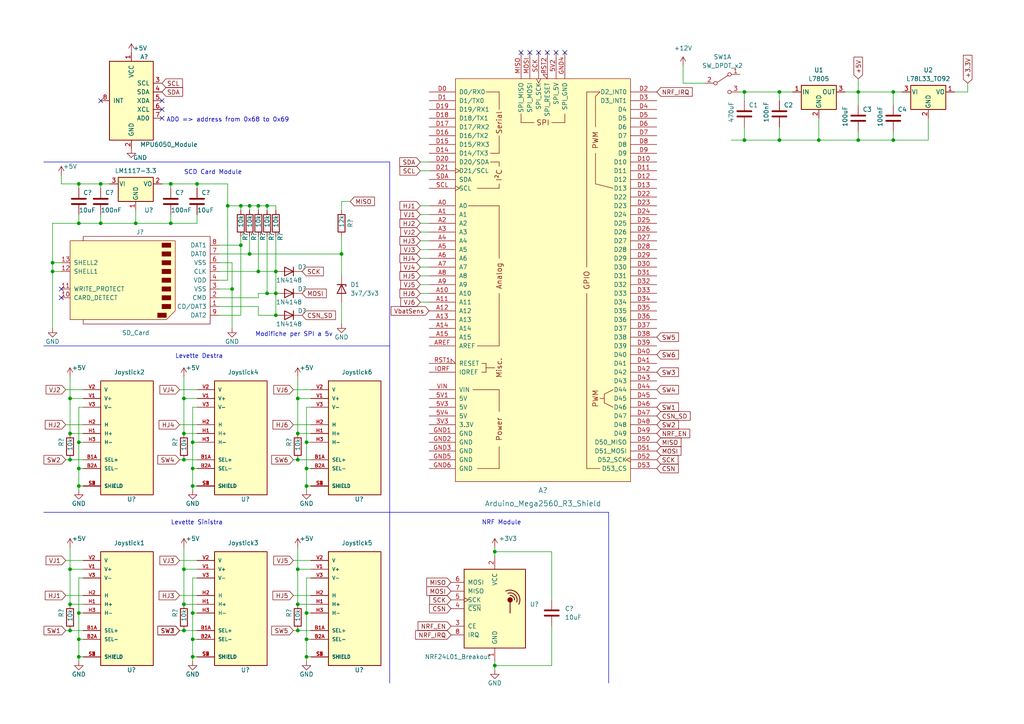
<source format=kicad_sch>
(kicad_sch (version 20230121) (generator eeschema)
  (paper "A4")
  (junction (at 88.9 177.8))
  (junction (at 80.01 78.74))
  (junction (at 22.86 185.42))
  (junction (at 15.24 76.2))
  (junction (at 66.04 59.69))
  (junction (at 29.21 64.77))
  (junction (at 88.9 140.97))
  (junction (at 86.36 133.35))
  (junction (at 88.9 185.42))
  (junction (at 53.34 165.1))
  (junction (at 22.86 53.34))
  (junction (at 22.86 128.27))
  (junction (at 248.92 26.67))
  (junction (at 86.36 175.26))
  (junction (at 86.36 115.57))
  (junction (at 39.37 64.77))
  (junction (at 55.88 140.97))
  (junction (at 143.51 193.04))
  (junction (at 15.24 78.74))
  (junction (at 215.9 26.67))
  (junction (at 88.9 135.89))
  (junction (at 22.86 64.77))
  (junction (at 88.9 190.5))
  (junction (at 86.36 165.1))
  (junction (at 55.88 185.42))
  (junction (at 55.88 128.27))
  (junction (at 29.21 53.34))
  (junction (at 74.93 78.74))
  (junction (at 77.47 59.69))
  (junction (at 57.15 53.34))
  (junction (at 259.08 40.64))
  (junction (at 53.34 182.88))
  (junction (at 99.06 73.66))
  (junction (at 74.93 59.69))
  (junction (at 72.39 59.69))
  (junction (at 53.34 125.73))
  (junction (at 49.53 64.77))
  (junction (at 226.06 26.67))
  (junction (at 69.85 59.69))
  (junction (at 20.32 165.1))
  (junction (at 49.53 53.34))
  (junction (at 20.32 115.57))
  (junction (at 226.06 40.64))
  (junction (at 20.32 175.26))
  (junction (at 53.34 115.57))
  (junction (at 259.08 26.67))
  (junction (at 22.86 140.97))
  (junction (at 55.88 190.5))
  (junction (at 20.32 125.73))
  (junction (at 67.31 83.82))
  (junction (at 53.34 175.26))
  (junction (at 88.9 128.27))
  (junction (at 80.01 91.44))
  (junction (at 77.47 85.09))
  (junction (at 69.85 71.12))
  (junction (at 55.88 135.89))
  (junction (at 53.34 133.35))
  (junction (at 22.86 177.8))
  (junction (at 20.32 133.35))
  (junction (at 248.92 40.64))
  (junction (at 55.88 177.8))
  (junction (at 22.86 190.5))
  (junction (at 20.32 182.88))
  (junction (at 22.86 135.89))
  (junction (at 237.49 40.64))
  (junction (at 72.39 73.66))
  (junction (at 215.9 40.64))
  (junction (at 143.51 160.02))
  (junction (at 86.36 182.88))
  (junction (at 80.01 85.09))
  (junction (at 86.36 125.73))
  (no_connect (at 17.78 86.36))
  (no_connect (at 17.78 83.82))
  (no_connect (at 29.21 29.21))
  (no_connect (at 46.99 29.21))
  (no_connect (at 46.99 31.75))
  (no_connect (at 46.99 34.29))
  (no_connect (at 151.13 15.24))
  (no_connect (at 153.67 15.24))
  (no_connect (at 156.21 15.24))
  (no_connect (at 158.75 15.24))
  (no_connect (at 161.29 15.24))
  (no_connect (at 163.83 15.24))
  (wire (pts (xy 121.92 46.99) (xy 124.46 46.99)))
  (wire (pts (xy 53.34 182.88) (xy 57.15 182.88)))
  (wire (pts (xy 57.15 125.73) (xy 53.34 125.73)))
  (wire (pts (xy 55.88 185.42) (xy 57.15 185.42)))
  (wire (pts (xy 74.93 91.44) (xy 74.93 88.9)))
  (wire (pts (xy 198.12 24.13) (xy 204.47 24.13)))
  (wire (pts (xy 52.07 123.19) (xy 57.15 123.19)))
  (wire (pts (xy 121.92 49.53) (xy 124.46 49.53)))
  (wire (pts (xy 63.5 88.9) (xy 74.93 88.9)))
  (wire (pts (xy 66.04 59.69) (xy 69.85 59.69)))
  (wire (pts (xy 77.47 59.69) (xy 77.47 60.96)))
  (wire (pts (xy 77.47 68.58) (xy 77.47 85.09)))
  (wire (pts (xy 74.93 78.74) (xy 80.01 78.74)))
  (wire (pts (xy 55.88 128.27) (xy 55.88 135.89)))
  (wire (pts (xy 212.09 40.64) (xy 215.9 40.64)))
  (wire (pts (xy 121.92 82.55) (xy 124.46 82.55)))
  (wire (pts (xy 22.86 135.89) (xy 24.13 135.89)))
  (wire (pts (xy 74.93 59.69) (xy 77.47 59.69)))
  (wire (pts (xy 248.92 26.67) (xy 259.08 26.67)))
  (wire (pts (xy 90.17 115.57) (xy 86.36 115.57)))
  (wire (pts (xy 88.9 118.11) (xy 88.9 128.27)))
  (wire (pts (xy 57.15 165.1) (xy 53.34 165.1)))
  (wire (pts (xy 269.24 34.29) (xy 269.24 40.64)))
  (wire (pts (xy 57.15 167.64) (xy 55.88 167.64)))
  (wire (pts (xy 15.24 78.74) (xy 17.78 78.74)))
  (wire (pts (xy 17.78 50.8) (xy 17.78 53.34)))
  (wire (pts (xy 85.09 172.72) (xy 90.17 172.72)))
  (wire (pts (xy 88.9 167.64) (xy 88.9 177.8)))
  (wire (pts (xy 88.9 177.8) (xy 90.17 177.8)))
  (wire (pts (xy 19.05 182.88) (xy 20.32 182.88)))
  (polyline (pts (xy 12.7 148.59) (xy 113.03 148.59)))
  (wire (pts (xy 86.36 125.73) (xy 86.36 115.57)))
  (wire (pts (xy 22.86 167.64) (xy 22.86 177.8)))
  (wire (pts (xy 99.06 58.42) (xy 99.06 60.96)))
  (wire (pts (xy 80.01 78.74) (xy 80.01 85.09)))
  (wire (pts (xy 55.88 177.8) (xy 55.88 185.42)))
  (wire (pts (xy 63.5 71.12) (xy 69.85 71.12)))
  (wire (pts (xy 20.32 182.88) (xy 24.13 182.88)))
  (wire (pts (xy 90.17 140.97) (xy 88.9 140.97)))
  (wire (pts (xy 55.88 190.5) (xy 55.88 191.77)))
  (wire (pts (xy 248.92 22.86) (xy 248.92 26.67)))
  (wire (pts (xy 121.92 74.93) (xy 124.46 74.93)))
  (wire (pts (xy 57.15 53.34) (xy 49.53 53.34)))
  (wire (pts (xy 226.06 36.83) (xy 226.06 40.64)))
  (wire (pts (xy 69.85 68.58) (xy 69.85 71.12)))
  (wire (pts (xy 19.05 133.35) (xy 20.32 133.35)))
  (wire (pts (xy 57.15 64.77) (xy 57.15 62.23)))
  (wire (pts (xy 19.05 162.56) (xy 24.13 162.56)))
  (wire (pts (xy 72.39 73.66) (xy 99.06 73.66)))
  (wire (pts (xy 19.05 123.19) (xy 24.13 123.19)))
  (wire (pts (xy 143.51 160.02) (xy 143.51 161.29)))
  (wire (pts (xy 74.93 91.44) (xy 80.01 91.44)))
  (wire (pts (xy 121.92 72.39) (xy 124.46 72.39)))
  (wire (pts (xy 63.5 81.28) (xy 66.04 81.28)))
  (wire (pts (xy 15.24 76.2) (xy 17.78 76.2)))
  (wire (pts (xy 90.17 125.73) (xy 86.36 125.73)))
  (wire (pts (xy 53.34 175.26) (xy 53.34 165.1)))
  (wire (pts (xy 53.34 115.57) (xy 53.34 109.22)))
  (wire (pts (xy 22.86 185.42) (xy 22.86 190.5)))
  (wire (pts (xy 63.5 78.74) (xy 74.93 78.74)))
  (wire (pts (xy 160.02 193.04) (xy 143.51 193.04)))
  (wire (pts (xy 24.13 165.1) (xy 20.32 165.1)))
  (wire (pts (xy 57.15 175.26) (xy 53.34 175.26)))
  (wire (pts (xy 121.92 85.09) (xy 124.46 85.09)))
  (wire (pts (xy 67.31 83.82) (xy 67.31 95.25)))
  (wire (pts (xy 237.49 34.29) (xy 237.49 40.64)))
  (wire (pts (xy 72.39 68.58) (xy 72.39 73.66)))
  (wire (pts (xy 52.07 162.56) (xy 57.15 162.56)))
  (wire (pts (xy 90.17 190.5) (xy 88.9 190.5)))
  (wire (pts (xy 22.86 128.27) (xy 22.86 135.89)))
  (wire (pts (xy 49.53 64.77) (xy 57.15 64.77)))
  (wire (pts (xy 160.02 181.61) (xy 160.02 193.04)))
  (wire (pts (xy 22.86 140.97) (xy 22.86 142.24)))
  (wire (pts (xy 72.39 59.69) (xy 74.93 59.69)))
  (wire (pts (xy 55.88 135.89) (xy 57.15 135.89)))
  (wire (pts (xy 121.92 64.77) (xy 124.46 64.77)))
  (wire (pts (xy 22.86 53.34) (xy 29.21 53.34)))
  (wire (pts (xy 22.86 54.61) (xy 22.86 53.34)))
  (polyline (pts (xy 113.03 100.33) (xy 113.03 46.99)))
  (wire (pts (xy 22.86 64.77) (xy 29.21 64.77)))
  (wire (pts (xy 259.08 40.64) (xy 269.24 40.64)))
  (wire (pts (xy 15.24 76.2) (xy 15.24 64.77)))
  (wire (pts (xy 88.9 140.97) (xy 88.9 142.24)))
  (wire (pts (xy 101.6 58.42) (xy 99.06 58.42)))
  (wire (pts (xy 85.09 123.19) (xy 90.17 123.19)))
  (wire (pts (xy 121.92 62.23) (xy 124.46 62.23)))
  (wire (pts (xy 215.9 26.67) (xy 215.9 29.21)))
  (wire (pts (xy 53.34 165.1) (xy 53.34 158.75)))
  (wire (pts (xy 69.85 91.44) (xy 63.5 91.44)))
  (wire (pts (xy 52.07 172.72) (xy 57.15 172.72)))
  (wire (pts (xy 226.06 26.67) (xy 226.06 29.21)))
  (polyline (pts (xy 12.7 100.33) (xy 113.03 100.33)))
  (wire (pts (xy 121.92 67.31) (xy 124.46 67.31)))
  (wire (pts (xy 20.32 175.26) (xy 20.32 165.1)))
  (wire (pts (xy 15.24 64.77) (xy 22.86 64.77)))
  (wire (pts (xy 88.9 128.27) (xy 90.17 128.27)))
  (wire (pts (xy 24.13 118.11) (xy 22.86 118.11)))
  (wire (pts (xy 80.01 85.09) (xy 80.01 91.44)))
  (wire (pts (xy 85.09 113.03) (xy 90.17 113.03)))
  (wire (pts (xy 57.15 54.61) (xy 57.15 53.34)))
  (wire (pts (xy 160.02 173.99) (xy 160.02 160.02)))
  (wire (pts (xy 99.06 68.58) (xy 99.06 73.66)))
  (wire (pts (xy 143.51 193.04) (xy 143.51 194.31)))
  (wire (pts (xy 226.06 26.67) (xy 215.9 26.67)))
  (wire (pts (xy 57.15 53.34) (xy 66.04 53.34)))
  (wire (pts (xy 22.86 128.27) (xy 24.13 128.27)))
  (wire (pts (xy 24.13 190.5) (xy 22.86 190.5)))
  (wire (pts (xy 19.05 113.03) (xy 24.13 113.03)))
  (wire (pts (xy 24.13 167.64) (xy 22.86 167.64)))
  (wire (pts (xy 198.12 19.05) (xy 198.12 24.13)))
  (wire (pts (xy 77.47 85.09) (xy 80.01 85.09)))
  (wire (pts (xy 80.01 68.58) (xy 80.01 78.74)))
  (wire (pts (xy 69.85 71.12) (xy 69.85 91.44)))
  (wire (pts (xy 63.5 76.2) (xy 67.31 76.2)))
  (wire (pts (xy 39.37 60.96) (xy 39.37 64.77)))
  (wire (pts (xy 90.17 175.26) (xy 86.36 175.26)))
  (wire (pts (xy 15.24 78.74) (xy 15.24 76.2)))
  (wire (pts (xy 22.86 185.42) (xy 24.13 185.42)))
  (wire (pts (xy 74.93 68.58) (xy 74.93 78.74)))
  (wire (pts (xy 49.53 62.23) (xy 49.53 64.77)))
  (wire (pts (xy 259.08 26.67) (xy 259.08 30.48)))
  (wire (pts (xy 57.15 118.11) (xy 55.88 118.11)))
  (wire (pts (xy 46.99 53.34) (xy 49.53 53.34)))
  (polyline (pts (xy 113.03 148.59) (xy 113.03 198.12)))
  (wire (pts (xy 143.51 191.77) (xy 143.51 193.04)))
  (wire (pts (xy 69.85 59.69) (xy 69.85 60.96)))
  (wire (pts (xy 24.13 115.57) (xy 20.32 115.57)))
  (wire (pts (xy 29.21 54.61) (xy 29.21 53.34)))
  (wire (pts (xy 22.86 190.5) (xy 22.86 191.77)))
  (wire (pts (xy 160.02 160.02) (xy 143.51 160.02)))
  (wire (pts (xy 39.37 64.77) (xy 49.53 64.77)))
  (wire (pts (xy 88.9 135.89) (xy 88.9 140.97)))
  (wire (pts (xy 29.21 62.23) (xy 29.21 64.77)))
  (wire (pts (xy 259.08 26.67) (xy 261.62 26.67)))
  (wire (pts (xy 69.85 59.69) (xy 72.39 59.69)))
  (wire (pts (xy 63.5 86.36) (xy 74.93 86.36)))
  (wire (pts (xy 88.9 190.5) (xy 88.9 191.77)))
  (wire (pts (xy 121.92 77.47) (xy 124.46 77.47)))
  (wire (pts (xy 63.5 73.66) (xy 72.39 73.66)))
  (wire (pts (xy 49.53 53.34) (xy 49.53 54.61)))
  (wire (pts (xy 85.09 162.56) (xy 90.17 162.56)))
  (wire (pts (xy 85.09 133.35) (xy 86.36 133.35)))
  (wire (pts (xy 20.32 133.35) (xy 24.13 133.35)))
  (wire (pts (xy 74.93 59.69) (xy 74.93 60.96)))
  (wire (pts (xy 20.32 125.73) (xy 20.32 115.57)))
  (wire (pts (xy 226.06 40.64) (xy 237.49 40.64)))
  (wire (pts (xy 55.88 135.89) (xy 55.88 140.97)))
  (wire (pts (xy 248.92 38.1) (xy 248.92 40.64)))
  (polyline (pts (xy 113.03 148.59) (xy 176.53 148.59)))
  (wire (pts (xy 24.13 125.73) (xy 20.32 125.73)))
  (wire (pts (xy 259.08 38.1) (xy 259.08 40.64)))
  (polyline (pts (xy 176.53 148.59) (xy 176.53 198.12)))
  (wire (pts (xy 280.67 24.13) (xy 280.67 26.67)))
  (wire (pts (xy 22.86 177.8) (xy 24.13 177.8)))
  (wire (pts (xy 248.92 26.67) (xy 248.92 30.48)))
  (wire (pts (xy 20.32 115.57) (xy 20.32 109.22)))
  (wire (pts (xy 215.9 36.83) (xy 215.9 40.64)))
  (wire (pts (xy 17.78 53.34) (xy 22.86 53.34)))
  (wire (pts (xy 229.87 26.67) (xy 226.06 26.67)))
  (wire (pts (xy 57.15 190.5) (xy 55.88 190.5)))
  (wire (pts (xy 22.86 62.23) (xy 22.86 64.77)))
  (wire (pts (xy 121.92 69.85) (xy 124.46 69.85)))
  (wire (pts (xy 74.93 85.09) (xy 77.47 85.09)))
  (wire (pts (xy 57.15 115.57) (xy 53.34 115.57)))
  (polyline (pts (xy 113.03 148.59) (xy 113.03 100.33)))
  (wire (pts (xy 52.07 133.35) (xy 53.34 133.35)))
  (wire (pts (xy 63.5 83.82) (xy 67.31 83.82)))
  (wire (pts (xy 86.36 182.88) (xy 90.17 182.88)))
  (wire (pts (xy 74.93 86.36) (xy 74.93 85.09)))
  (wire (pts (xy 86.36 165.1) (xy 86.36 158.75)))
  (wire (pts (xy 67.31 76.2) (xy 67.31 83.82)))
  (wire (pts (xy 86.36 175.26) (xy 86.36 165.1)))
  (wire (pts (xy 52.07 113.03) (xy 57.15 113.03)))
  (wire (pts (xy 57.15 140.97) (xy 55.88 140.97)))
  (wire (pts (xy 88.9 128.27) (xy 88.9 135.89)))
  (wire (pts (xy 88.9 177.8) (xy 88.9 185.42)))
  (wire (pts (xy 72.39 59.69) (xy 72.39 60.96)))
  (wire (pts (xy 88.9 135.89) (xy 90.17 135.89)))
  (wire (pts (xy 55.88 167.64) (xy 55.88 177.8)))
  (wire (pts (xy 90.17 118.11) (xy 88.9 118.11)))
  (wire (pts (xy 24.13 175.26) (xy 20.32 175.26)))
  (wire (pts (xy 19.05 172.72) (xy 24.13 172.72)))
  (wire (pts (xy 237.49 40.64) (xy 248.92 40.64)))
  (wire (pts (xy 280.67 26.67) (xy 276.86 26.67)))
  (polyline (pts (xy 12.7 46.99) (xy 113.03 46.99)))
  (wire (pts (xy 66.04 81.28) (xy 66.04 59.69)))
  (wire (pts (xy 90.17 167.64) (xy 88.9 167.64)))
  (wire (pts (xy 85.09 182.88) (xy 86.36 182.88)))
  (wire (pts (xy 248.92 40.64) (xy 259.08 40.64)))
  (wire (pts (xy 22.86 177.8) (xy 22.86 185.42)))
  (wire (pts (xy 22.86 135.89) (xy 22.86 140.97)))
  (wire (pts (xy 90.17 165.1) (xy 86.36 165.1)))
  (wire (pts (xy 29.21 64.77) (xy 39.37 64.77)))
  (wire (pts (xy 22.86 118.11) (xy 22.86 128.27)))
  (wire (pts (xy 80.01 59.69) (xy 77.47 59.69)))
  (wire (pts (xy 245.11 26.67) (xy 248.92 26.67)))
  (wire (pts (xy 143.51 158.75) (xy 143.51 160.02)))
  (wire (pts (xy 20.32 165.1) (xy 20.32 158.75)))
  (wire (pts (xy 121.92 80.01) (xy 124.46 80.01)))
  (wire (pts (xy 121.92 59.69) (xy 124.46 59.69)))
  (wire (pts (xy 214.63 26.67) (xy 215.9 26.67)))
  (wire (pts (xy 88.9 185.42) (xy 88.9 190.5)))
  (wire (pts (xy 86.36 115.57) (xy 86.36 109.22)))
  (wire (pts (xy 55.88 140.97) (xy 55.88 142.24)))
  (wire (pts (xy 55.88 177.8) (xy 57.15 177.8)))
  (wire (pts (xy 53.34 133.35) (xy 57.15 133.35)))
  (wire (pts (xy 24.13 140.97) (xy 22.86 140.97)))
  (wire (pts (xy 86.36 133.35) (xy 90.17 133.35)))
  (wire (pts (xy 99.06 87.63) (xy 99.06 93.98)))
  (wire (pts (xy 80.01 60.96) (xy 80.01 59.69)))
  (wire (pts (xy 55.88 128.27) (xy 57.15 128.27)))
  (wire (pts (xy 121.92 87.63) (xy 124.46 87.63)))
  (wire (pts (xy 52.07 182.88) (xy 53.34 182.88)))
  (wire (pts (xy 29.21 53.34) (xy 31.75 53.34)))
  (wire (pts (xy 55.88 185.42) (xy 55.88 190.5)))
  (wire (pts (xy 88.9 185.42) (xy 90.17 185.42)))
  (wire (pts (xy 99.06 73.66) (xy 99.06 80.01)))
  (wire (pts (xy 215.9 40.64) (xy 226.06 40.64)))
  (wire (pts (xy 15.24 95.25) (xy 15.24 78.74)))
  (wire (pts (xy 66.04 53.34) (xy 66.04 59.69)))
  (wire (pts (xy 53.34 125.73) (xy 53.34 115.57)))
  (wire (pts (xy 55.88 118.11) (xy 55.88 128.27)))
  (text "Levette Destra\n" (at 50.8 104.14 0) (effects (font (size 1.27 1.27)) (justify left bottom)))
  (text "SCD Card Module" (at 53.34 50.8 0) (effects (font (size 1.27 1.27)) (justify left bottom)))
  (text "NRF Module" (at 139.7 152.4 0) (effects (font (size 1.27 1.27)) (justify left bottom)))
  (text "AD0 => address from 0x68 to 0x69" (at 48.26 35.56 0) (effects (font (size 1.27 1.27)) (justify left bottom)))
  (text "Modifiche per SPI a 5v\n" (at 96.52 97.79 0) (effects (font (size 1.27 1.27)) (justify right bottom)))
  (text "Levette Sinistra" (at 49.53 152.4 0) (effects (font (size 1.27 1.27)) (justify left bottom)))
  (global_label "HJ5" (shape input) (at 121.92 80.01 180) (property "Intersheetrefs" "${INTERSHEET_REFS}" (effects hide)))
  (global_label "SW6" (shape input) (at 190.5 102.87 0) (property "Intersheetrefs" "${INTERSHEET_REFS}" (effects hide)))
  (global_label "VJ2" (shape input) (at 19.05 113.03 180) (property "Intersheetrefs" "${INTERSHEET_REFS}" (effects hide)))
  (global_label "VJ2" (shape input) (at 121.92 67.31 180) (property "Intersheetrefs" "${INTERSHEET_REFS}" (effects hide)))
  (global_label "VJ4" (shape input) (at 52.07 113.03 180) (property "Intersheetrefs" "${INTERSHEET_REFS}" (effects hide)))
  (global_label "VJ4" (shape input) (at 121.92 77.47 180) (property "Intersheetrefs" "${INTERSHEET_REFS}" (effects hide)))
  (global_label "CSN" (shape input) (at 130.81 176.53 180) (property "Intersheetrefs" "${INTERSHEET_REFS}" (effects hide)))
  (global_label "MISO" (shape input) (at 130.81 168.91 180) (property "Intersheetrefs" "${INTERSHEET_REFS}" (effects hide)))
  (global_label "VJ1" (shape input) (at 121.92 62.23 180) (property "Intersheetrefs" "${INTERSHEET_REFS}" (effects hide)))
  (global_label "HJ2" (shape input) (at 19.05 123.19 180) (property "Intersheetrefs" "${INTERSHEET_REFS}" (effects hide)))
  (global_label "SW4" (shape input) (at 52.07 133.35 180) (property "Intersheetrefs" "${INTERSHEET_REFS}" (effects hide)))
  (global_label "SW3" (shape input) (at 52.07 182.88 180) (property "Intersheetrefs" "${INTERSHEET_REFS}" (effects hide)))
  (global_label "HJ6" (shape input) (at 121.92 85.09 180) (property "Intersheetrefs" "${INTERSHEET_REFS}" (effects hide)))
  (global_label "NRF_IRQ" (shape input) (at 190.5 26.67 0) (property "Intersheetrefs" "${INTERSHEET_REFS}" (effects hide)))
  (global_label "SW5" (shape input) (at 190.5 97.79 0) (property "Intersheetrefs" "${INTERSHEET_REFS}" (effects hide)))
  (global_label "CSN_SD" (shape input) (at 190.5 120.65 0) (property "Intersheetrefs" "${INTERSHEET_REFS}" (effects hide)))
  (global_label "NRF_IRQ" (shape input) (at 130.81 184.15 180) (property "Intersheetrefs" "${INTERSHEET_REFS}" (effects hide)))
  (global_label "VJ6" (shape input) (at 85.09 113.03 180) (property "Intersheetrefs" "${INTERSHEET_REFS}" (effects hide)))
  (global_label "+5V" (shape input) (at 248.92 22.86 90) (property "Intersheetrefs" "${INTERSHEET_REFS}" (effects hide)))
  (global_label "SCK" (shape input) (at 87.63 78.74 0) (property "Intersheetrefs" "${INTERSHEET_REFS}" (effects hide)))
  (global_label "VJ1" (shape input) (at 19.05 162.56 180) (property "Intersheetrefs" "${INTERSHEET_REFS}" (effects hide)))
  (global_label "SW6" (shape input) (at 85.09 133.35 180) (property "Intersheetrefs" "${INTERSHEET_REFS}" (effects hide)))
  (global_label "VJ5" (shape input) (at 121.92 82.55 180) (property "Intersheetrefs" "${INTERSHEET_REFS}" (effects hide)))
  (global_label "MOSI" (shape input) (at 190.5 130.81 0) (property "Intersheetrefs" "${INTERSHEET_REFS}" (effects hide)))
  (global_label "SW4" (shape input) (at 190.5 113.03 0) (property "Intersheetrefs" "${INTERSHEET_REFS}" (effects hide)))
  (global_label "MOSI" (shape input) (at 87.63 85.09 0) (property "Intersheetrefs" "${INTERSHEET_REFS}" (effects hide)))
  (global_label "HJ4" (shape input) (at 121.92 74.93 180) (property "Intersheetrefs" "${INTERSHEET_REFS}" (effects hide)))
  (global_label "HJ5" (shape input) (at 85.09 172.72 180) (property "Intersheetrefs" "${INTERSHEET_REFS}" (effects hide)))
  (global_label "SW1" (shape input) (at 190.5 118.11 0) (property "Intersheetrefs" "${INTERSHEET_REFS}" (effects hide)))
  (global_label "VJ6" (shape input) (at 121.92 87.63 180) (property "Intersheetrefs" "${INTERSHEET_REFS}" (effects hide)))
  (global_label "HJ1" (shape input) (at 121.92 59.69 180) (property "Intersheetrefs" "${INTERSHEET_REFS}" (effects hide)))
  (global_label "VJ5" (shape input) (at 85.09 162.56 180) (property "Intersheetrefs" "${INTERSHEET_REFS}" (effects hide)))
  (global_label "SW1" (shape input) (at 19.05 182.88 180) (property "Intersheetrefs" "${INTERSHEET_REFS}" (effects hide)))
  (global_label "MISO" (shape input) (at 101.6 58.42 0) (property "Intersheetrefs" "${INTERSHEET_REFS}" (effects hide)))
  (global_label "SW5" (shape input) (at 85.09 182.88 180) (property "Intersheetrefs" "${INTERSHEET_REFS}" (effects hide)))
  (global_label "CSN_SD" (shape input) (at 87.63 91.44 0) (property "Intersheetrefs" "${INTERSHEET_REFS}" (effects hide)))
  (global_label "HJ2" (shape input) (at 121.92 64.77 180) (property "Intersheetrefs" "${INTERSHEET_REFS}" (effects hide)))
  (global_label "HJ4" (shape input) (at 52.07 123.19 180) (property "Intersheetrefs" "${INTERSHEET_REFS}" (effects hide)))
  (global_label "SCL" (shape input) (at 46.99 24.13 0) (property "Intersheetrefs" "${INTERSHEET_REFS}" (effects hide)))
  (global_label "SW2" (shape input) (at 52.07 182.88 180) (property "Intersheetrefs" "${INTERSHEET_REFS}" (effects hide)))
  (global_label "SDA" (shape input) (at 121.92 46.99 180) (property "Intersheetrefs" "${INTERSHEET_REFS}" (effects hide)))
  (global_label "VJ3" (shape input) (at 121.92 72.39 180) (property "Intersheetrefs" "${INTERSHEET_REFS}" (effects hide)))
  (global_label "SCK" (shape input) (at 190.5 133.35 0) (property "Intersheetrefs" "${INTERSHEET_REFS}" (effects hide)))
  (global_label "HJ3" (shape input) (at 52.07 172.72 180) (property "Intersheetrefs" "${INTERSHEET_REFS}" (effects hide)))
  (global_label "SDA" (shape input) (at 46.99 26.67 0) (property "Intersheetrefs" "${INTERSHEET_REFS}" (effects hide)))
  (global_label "MISO" (shape input) (at 190.5 128.27 0) (property "Intersheetrefs" "${INTERSHEET_REFS}" (effects hide)))
  (global_label "SCK" (shape input) (at 130.81 173.99 180) (property "Intersheetrefs" "${INTERSHEET_REFS}" (effects hide)))
  (global_label "HJ1" (shape input) (at 19.05 172.72 180) (property "Intersheetrefs" "${INTERSHEET_REFS}" (effects hide)))
  (global_label "SW2" (shape input) (at 190.5 123.19 0) (property "Intersheetrefs" "${INTERSHEET_REFS}" (effects hide)))
  (global_label "SCL" (shape input) (at 121.92 49.53 180) (property "Intersheetrefs" "${INTERSHEET_REFS}" (effects hide)))
  (global_label "NRF_EN" (shape input) (at 190.5 125.73 0) (property "Intersheetrefs" "${INTERSHEET_REFS}" (effects hide)))
  (global_label "SW3" (shape input) (at 190.5 107.95 0) (property "Intersheetrefs" "${INTERSHEET_REFS}" (effects hide)))
  (global_label "VJ3" (shape input) (at 52.07 162.56 180) (property "Intersheetrefs" "${INTERSHEET_REFS}" (effects hide)))
  (global_label "+3.3V" (shape input) (at 280.67 24.13 90) (property "Intersheetrefs" "${INTERSHEET_REFS}" (effects hide)))
  (global_label "NRF_EN" (shape input) (at 130.81 181.61 180) (property "Intersheetrefs" "${INTERSHEET_REFS}" (effects hide)))
  (global_label "MOSI" (shape input) (at 130.81 171.45 180) (property "Intersheetrefs" "${INTERSHEET_REFS}" (effects hide)))
  (global_label "CSN" (shape input) (at 190.5 135.89 0) (property "Intersheetrefs" "${INTERSHEET_REFS}" (effects hide)))
  (global_label "HJ6" (shape input) (at 85.09 123.19 180) (property "Intersheetrefs" "${INTERSHEET_REFS}" (effects hide)))
  (global_label "VbatSens" (shape input) (at 124.46 90.17 180) (property "Intersheetrefs" "${INTERSHEET_REFS}" (effects hide)))
  (global_label "HJ3" (shape input) (at 121.92 69.85 180) (property "Intersheetrefs" "${INTERSHEET_REFS}" (effects hide)))
  (global_label "SW2" (shape input) (at 19.05 133.35 180) (property "Intersheetrefs" "${INTERSHEET_REFS}" (effects hide)))
  (symbol (lib_id "power:+5V") (at 53.34 158.75 0) (unit 1)
    (property "Reference" "#PWR?" (effects hide))
    (property "Value" "+5V" (at 55.88 156.21 0))
  )
  (symbol (lib_id "Device:R") (at 80.01 64.77 0) (unit 1)
    (property "Reference" "R?" (at 81.28 69.85 90) (effects (justify left)))
    (property "Value" "10k" (at 80.01 66.04 90) (effects (justify left)))
  )
  (symbol (lib_id "Device:R") (at 99.06 64.77 0) (unit 1)
    (property "Reference" "R?" (at 101.6 66.04 90) (effects (justify left)))
    (property "Value" "12k" (at 99.06 66.04 90) (effects (justify left)))
  )
  (symbol (lib_id "Device:R") (at 20.32 179.07 0) (unit 1)
    (property "Reference" "R?" (at 17.78 179.07 90) (effects (justify left)))
    (property "Value" "10k" (at 20.32 180.34 90) (effects (justify left)))
  )
  (symbol (lib_id "power:+5V") (at 38.1 15.24 0) (unit 1)
    (property "Reference" "#PWR?" (effects hide))
    (property "Value" "+5V" (at 40.64 13.97 0))
  )
  (symbol (lib_id "Diode:1N4148") (at 83.82 91.44 180) (unit 1)
    (property "Reference" "D?" (at 87.63 90.17 0))
    (property "Value" "1N4148" (at 83.82 93.98 0))
    (property "Footprint" "Diode_THT:D_DO-35_SOD27_P7.62mm_Horizontal" (effects hide))
    (property "Datasheet" "https://assets.nexperia.com/documents/data-sheet/1N4148_1N4448.pdf" (effects hide))
  )
  (symbol (lib_id "power:GND") (at 67.31 95.25 0) (unit 1)
    (property "Reference" "#PWR?" (effects hide))
    (property "Value" "GND" (at 67.31 99.06 0))
  )
  (symbol (lib_id "power:GND") (at 99.06 93.98 0) (unit 1)
    (property "Reference" "#PWR01" (effects hide))
    (property "Value" "GND" (at 99.06 97.79 0))
  )
  (symbol (lib_id "Device:C") (at 160.02 177.8 0) (unit 1)
    (property "Reference" "C?" (at 163.83 176.5299 0) (effects (justify left)))
    (property "Value" "10uF" (at 163.83 179.0699 0) (effects (justify left)))
  )
  (symbol (lib_id "Charleslabs_Parts:MPU6050_Module") (at 38.1 29.21 0) (mirror y) (unit 1)
    (property "Reference" "A?" (at 40.64 16.51 0) (effects (justify right)))
    (property "Value" "MPU6050_Module" (at 40.64 41.91 0) (effects (justify right)))
    (property "Footprint" "Charleslabs_Parts:MPU6050_Module" (effects hide))
  )
  (symbol (lib_id "Device:D_Zener") (at 99.06 83.82 270) (unit 1)
    (property "Reference" "D1" (at 101.6 82.55 90) (effects (justify left)))
    (property "Value" "3v7/3v3" (at 101.6 85.09 90) (effects (justify left)))
  )
  (symbol (lib_id "Regulator_Linear:LM1117-3.3") (at 39.37 53.34 0) (unit 1)
    (property "Reference" "U?" (at 43.18 60.96 0))
    (property "Value" "LM1117-3.3" (at 39.37 49.53 0))
    (property "Datasheet" "http://www.ti.com/lit/ds/symlink/lm1117.pdf" (effects hide))
  )
  (symbol (lib_id "COM-09032:COM-09032") (at 102.87 175.26 0) (unit 1)
    (property "Reference" "U?" (at 102.87 194.31 0) (effects (justify left)))
    (property "Value" "Joystick5" (at 99.06 157.48 0) (effects (justify left)))
    (property "Footprint" "XDCR_COM-09032" (effects hide))
    (property "MF" "SparkFun Electronics" (effects hide))
    (property "MAXIMUM_PACKAGE_HEIGHT" "30.1mm" (effects hide))
    (property "Package" "Package" (effects hide))
    (property "Price" "None" (effects hide))
    (property "Check_prices" "https://www.snapeda.com/parts/COM-09032/SparkFun+Electronics/view-part/?ref=eda" (effects hide))
    (property "STANDARD" "Manufacturer Recommendations" (effects hide))
    (property "PARTREV" "N/A" (effects hide))
    (property "SnapEDA_Link" "https://www.snapeda.com/parts/COM-09032/SparkFun+Electronics/view-part/?ref=snap" (effects hide))
    (property "MP" "COM-09032" (effects hide))
    (property "Purchase-URL" "https://www.snapeda.com/api/url_track_click_mouser/?unipart_id=888157&manufacturer=SparkFun Electronics&part_name=COM-09032&search_term=None" (effects hide))
    (property "Description" "\\nJoystick, 2 - Axis Analog (Resistive) Output\\n" (effects hide))
    (property "Availability" "In Stock" (effects hide))
    (property "MANUFACTURER" "SparkFun Electronics" (effects hide))
  )
  (symbol (lib_id "Device:R") (at 53.34 129.54 0) (unit 1)
    (property "Reference" "R?" (at 50.8 129.54 90) (effects (justify left)))
    (property "Value" "10k" (at 53.34 130.81 90) (effects (justify left)))
  )
  (symbol (lib_id "Diode:1N4148") (at 83.82 78.74 180) (unit 1)
    (property "Reference" "D?" (at 87.63 77.47 0))
    (property "Value" "1N4148" (at 83.82 81.28 0))
    (property "Footprint" "Diode_THT:D_DO-35_SOD27_P7.62mm_Horizontal" (effects hide))
    (property "Datasheet" "https://assets.nexperia.com/documents/data-sheet/1N4148_1N4448.pdf" (effects hide))
  )
  (symbol (lib_id "COM-09032:COM-09032") (at 69.85 125.73 0) (unit 1)
    (property "Reference" "U?" (at 69.85 144.78 0) (effects (justify left)))
    (property "Value" "Joystick4" (at 66.04 107.95 0) (effects (justify left)))
    (property "Footprint" "XDCR_COM-09032" (effects hide))
    (property "MF" "SparkFun Electronics" (effects hide))
    (property "MAXIMUM_PACKAGE_HEIGHT" "30.1mm" (effects hide))
    (property "Package" "Package" (effects hide))
    (property "Price" "None" (effects hide))
    (property "Check_prices" "https://www.snapeda.com/parts/COM-09032/SparkFun+Electronics/view-part/?ref=eda" (effects hide))
    (property "STANDARD" "Manufacturer Recommendations" (effects hide))
    (property "PARTREV" "N/A" (effects hide))
    (property "SnapEDA_Link" "https://www.snapeda.com/parts/COM-09032/SparkFun+Electronics/view-part/?ref=snap" (effects hide))
    (property "MP" "COM-09032" (effects hide))
    (property "Purchase-URL" "https://www.snapeda.com/api/url_track_click_mouser/?unipart_id=888157&manufacturer=SparkFun Electronics&part_name=COM-09032&search_term=None" (effects hide))
    (property "Description" "\\nJoystick, 2 - Axis Analog (Resistive) Output\\n" (effects hide))
    (property "Availability" "In Stock" (effects hide))
    (property "MANUFACTURER" "SparkFun Electronics" (effects hide))
  )
  (symbol (lib_id "power:+5V") (at 53.34 109.22 0) (unit 1)
    (property "Reference" "#PWR?" (effects hide))
    (property "Value" "+5V" (at 55.88 106.68 0))
  )
  (symbol (lib_id "power:GND") (at 22.86 191.77 0) (unit 1)
    (property "Reference" "#PWR?" (effects hide))
    (property "Value" "GND" (at 22.86 195.58 0))
  )
  (symbol (lib_id "power:GND") (at 55.88 142.24 0) (unit 1)
    (property "Reference" "#PWR?" (effects hide))
    (property "Value" "GND" (at 55.88 146.05 0))
  )
  (symbol (lib_id "COM-09032:COM-09032") (at 102.87 125.73 0) (unit 1)
    (property "Reference" "U?" (at 102.87 144.78 0) (effects (justify left)))
    (property "Value" "Joystick6" (at 99.06 107.95 0) (effects (justify left)))
    (property "Footprint" "XDCR_COM-09032" (effects hide))
    (property "MF" "SparkFun Electronics" (effects hide))
    (property "MAXIMUM_PACKAGE_HEIGHT" "30.1mm" (effects hide))
    (property "Package" "Package" (effects hide))
    (property "Price" "None" (effects hide))
    (property "Check_prices" "https://www.snapeda.com/parts/COM-09032/SparkFun+Electronics/view-part/?ref=eda" (effects hide))
    (property "STANDARD" "Manufacturer Recommendations" (effects hide))
    (property "PARTREV" "N/A" (effects hide))
    (property "SnapEDA_Link" "https://www.snapeda.com/parts/COM-09032/SparkFun+Electronics/view-part/?ref=snap" (effects hide))
    (property "MP" "COM-09032" (effects hide))
    (property "Purchase-URL" "https://www.snapeda.com/api/url_track_click_mouser/?unipart_id=888157&manufacturer=SparkFun Electronics&part_name=COM-09032&search_term=None" (effects hide))
    (property "Description" "\\nJoystick, 2 - Axis Analog (Resistive) Output\\n" (effects hide))
    (property "Availability" "In Stock" (effects hide))
    (property "MANUFACTURER" "SparkFun Electronics" (effects hide))
  )
  (symbol (lib_id "Device:C") (at 49.53 58.42 0) (unit 1)
    (property "Reference" "C?" (at 50.8 55.88 0) (effects (justify left)))
    (property "Value" "100nF" (at 49.53 60.96 0) (effects (justify left)))
  )
  (symbol (lib_id "Device:R") (at 86.36 179.07 0) (unit 1)
    (property "Reference" "R?" (at 83.82 179.07 90) (effects (justify left)))
    (property "Value" "10k" (at 86.36 180.34 90) (effects (justify left)))
  )
  (symbol (lib_id "power:+3.3V") (at 143.51 158.75 0) (unit 1)
    (property "Reference" "#PWR?" (effects hide))
    (property "Value" "+3.3V" (at 147.32 156.21 0))
  )
  (symbol (lib_id "power:GND") (at 88.9 191.77 0) (unit 1)
    (property "Reference" "#PWR?" (effects hide))
    (property "Value" "GND" (at 88.9 195.58 0))
  )
  (symbol (lib_id "Device:R") (at 77.47 64.77 0) (unit 1)
    (property "Reference" "R?" (at 78.74 69.85 90) (effects (justify left)))
    (property "Value" "10k" (at 77.47 66.04 90) (effects (justify left)))
  )
  (symbol (lib_id "Device:C") (at 226.06 33.02 0) (unit 1)
    (property "Reference" "C2" (at 227.33 30.48 0) (effects (justify left)))
    (property "Value" "100nF" (at 222.25 35.56 90) (effects (justify left)))
  )
  (symbol (lib_id "Device:R") (at 86.36 129.54 0) (unit 1)
    (property "Reference" "R?" (at 83.82 129.54 90) (effects (justify left)))
    (property "Value" "10k" (at 86.36 130.81 90) (effects (justify left)))
  )
  (symbol (lib_id "power:GND") (at 22.86 142.24 0) (unit 1)
    (property "Reference" "#PWR?" (effects hide))
    (property "Value" "GND" (at 22.86 146.05 0))
  )
  (symbol (lib_id "power:GND") (at 143.51 194.31 0) (unit 1)
    (property "Reference" "#PWR?" (effects hide))
    (property "Value" "GND" (at 143.51 198.12 0))
  )
  (symbol (lib_id "power:GND") (at 88.9 142.24 0) (unit 1)
    (property "Reference" "#PWR?" (effects hide))
    (property "Value" "GND" (at 88.9 146.05 0))
  )
  (symbol (lib_id "power:GND") (at 55.88 191.77 0) (unit 1)
    (property "Reference" "#PWR?" (effects hide))
    (property "Value" "GND" (at 55.88 195.58 0))
  )
  (symbol (lib_id "Diode:1N4148") (at 83.82 85.09 180) (unit 1)
    (property "Reference" "D?" (at 87.63 83.82 0))
    (property "Value" "1N4148" (at 83.82 87.63 0))
    (property "Footprint" "Diode_THT:D_DO-35_SOD27_P7.62mm_Horizontal" (effects hide))
    (property "Datasheet" "https://assets.nexperia.com/documents/data-sheet/1N4148_1N4448.pdf" (effects hide))
  )
  (symbol (lib_id "Device:C") (at 259.08 34.29 0) (unit 1)
    (property "Reference" "C4" (at 260.35 31.75 0) (effects (justify left)))
    (property "Value" "100nF" (at 255.27 36.83 90) (effects (justify left)))
  )
  (symbol (lib_id "Device:R") (at 72.39 64.77 0) (unit 1)
    (property "Reference" "R?" (at 73.66 69.85 90) (effects (justify left)))
    (property "Value" "10k" (at 72.39 66.04 90) (effects (justify left)))
  )
  (symbol (lib_id "power:+5V") (at 20.32 109.22 0) (unit 1)
    (property "Reference" "#PWR?" (effects hide))
    (property "Value" "+5V" (at 22.86 106.68 0))
  )
  (symbol (lib_id "Device:R") (at 74.93 64.77 0) (unit 1)
    (property "Reference" "R?" (at 76.2 69.85 90) (effects (justify left)))
    (property "Value" "10k" (at 74.93 66.04 90) (effects (justify left)))
  )
  (symbol (lib_id "Device:R") (at 53.34 179.07 0) (unit 1)
    (property "Reference" "R?" (at 50.8 179.07 90) (effects (justify left)))
    (property "Value" "10k" (at 53.34 180.34 90) (effects (justify left)))
  )
  (symbol (lib_id "Device:R") (at 20.32 129.54 0) (unit 1)
    (property "Reference" "R?" (at 17.78 129.54 90) (effects (justify left)))
    (property "Value" "10k" (at 20.32 130.81 90) (effects (justify left)))
  )
  (symbol (lib_id "Device:R") (at 69.85 64.77 0) (unit 1)
    (property "Reference" "R?" (at 71.12 69.85 90) (effects (justify left)))
    (property "Value" "10k" (at 69.85 66.04 90) (effects (justify left)))
  )
  (symbol (lib_id "power:GND") (at 38.1 43.18 0) (unit 1)
    (property "Reference" "#PWR?" (effects hide))
    (property "Value" "GND" (at 40.64 45.72 0))
  )
  (symbol (lib_id "COM-09032:COM-09032") (at 36.83 125.73 0) (unit 1)
    (property "Reference" "U?" (at 36.83 144.78 0) (effects (justify left)))
    (property "Value" "Joystick2" (at 33.02 107.95 0) (effects (justify left)))
    (property "Footprint" "XDCR_COM-09032" (effects hide))
    (property "MF" "SparkFun Electronics" (effects hide))
    (property "MAXIMUM_PACKAGE_HEIGHT" "30.1mm" (effects hide))
    (property "Package" "Package" (effects hide))
    (property "Price" "None" (effects hide))
    (property "Check_prices" "https://www.snapeda.com/parts/COM-09032/SparkFun+Electronics/view-part/?ref=eda" (effects hide))
    (property "STANDARD" "Manufacturer Recommendations" (effects hide))
    (property "PARTREV" "N/A" (effects hide))
    (property "SnapEDA_Link" "https://www.snapeda.com/parts/COM-09032/SparkFun+Electronics/view-part/?ref=snap" (effects hide))
    (property "MP" "COM-09032" (effects hide))
    (property "Purchase-URL" "https://www.snapeda.com/api/url_track_click_mouser/?unipart_id=888157&manufacturer=SparkFun Electronics&part_name=COM-09032&search_term=None" (effects hide))
    (property "Description" "\\nJoystick, 2 - Axis Analog (Resistive) Output\\n" (effects hide))
    (property "Availability" "In Stock" (effects hide))
    (property "MANUFACTURER" "SparkFun Electronics" (effects hide))
  )
  (symbol (lib_id "Regulator_Linear:L78L33_TO92") (at 269.24 26.67 0) (unit 1)
    (property "Reference" "U2" (at 269.24 20.32 0))
    (property "Value" "L78L33_TO92" (at 269.24 22.86 0))
    (property "Footprint" "Package_TO_SOT_THT:TO-92_Inline" (effects hide))
    (property "Datasheet" "http://www.st.com/content/ccc/resource/technical/document/datasheet/15/55/e5/aa/23/5b/43/fd/CD00000446.pdf/files/CD00000446.pdf/jcr:content/translations/en.CD00000446.pdf" (effects hide))
  )
  (symbol (lib_id "power:+5V") (at 20.32 158.75 0) (unit 1)
    (property "Reference" "#PWR?" (effects hide))
    (property "Value" "+5V" (at 22.86 156.21 0))
  )
  (symbol (lib_id "power:GND") (at 15.24 95.25 0) (unit 1)
    (property "Reference" "#PWR?" (effects hide))
    (property "Value" "GND" (at 15.24 99.06 0))
  )
  (symbol (lib_id "power:+5V") (at 17.78 50.8 0) (unit 1)
    (property "Reference" "#PWR?" (effects hide))
    (property "Value" "+5V" (at 20.32 48.26 0))
  )
  (symbol (lib_id "Regulator_Linear:L7805") (at 237.49 26.67 0) (unit 1)
    (property "Reference" "U1" (at 237.49 20.32 0))
    (property "Value" "L7805" (at 237.49 22.86 0))
    (property "Datasheet" "http://www.st.com/content/ccc/resource/technical/document/datasheet/41/4f/b3/b0/12/d4/47/88/CD00000444.pdf/files/CD00000444.pdf/jcr:content/translations/en.CD00000444.pdf" (effects hide))
  )
  (symbol (lib_id "Device:C") (at 22.86 58.42 0) (unit 1)
    (property "Reference" "C?" (at 24.13 55.88 0) (effects (justify left)))
    (property "Value" "10uF" (at 22.86 60.96 0) (effects (justify left)))
  )
  (symbol (lib_id "Connector:SD_Card") (at 40.64 81.28 180) (unit 1)
    (property "Reference" "J?" (at 40.64 67.31 0))
    (property "Value" "SD_Card" (at 39.37 96.52 0))
    (property "Datasheet" "http://portal.fciconnect.com/Comergent//fci/drawing/10067847.pdf" (effects hide))
  )
  (symbol (lib_id "Device:C") (at 248.92 34.29 0) (unit 1)
    (property "Reference" "C3" (at 250.19 31.75 0) (effects (justify left)))
    (property "Value" "100uF" (at 245.11 36.83 90) (effects (justify left)))
  )
  (symbol (lib_id "Device:C") (at 57.15 58.42 0) (unit 1)
    (property "Reference" "C?" (at 58.42 55.88 0) (effects (justify left)))
    (property "Value" "10uF" (at 57.15 60.96 0) (effects (justify left)))
  )
  (symbol (lib_id "power:+5V") (at 86.36 158.75 0) (unit 1)
    (property "Reference" "#PWR?" (effects hide))
    (property "Value" "+5V" (at 88.9 156.21 0))
  )
  (symbol (lib_id "Device:C") (at 29.21 58.42 0) (unit 1)
    (property "Reference" "C?" (at 30.48 55.88 0) (effects (justify left)))
    (property "Value" "100nF" (at 29.21 60.96 0) (effects (justify left)))
  )
  (symbol (lib_id "RF:NRF24L01_Breakout") (at 143.51 176.53 0) (unit 1)
    (property "Reference" "U?" (at 153.67 175.2599 0) (effects (justify left)))
    (property "Value" "NRF24L01_Breakout" (at 123.19 190.5 0) (effects (justify left)))
    (property "Footprint" "RF_Module:nRF24L01_Breakout" (effects hide))
    (property "Datasheet" "http://www.nordicsemi.com/eng/content/download/2730/34105/file/nRF24L01_Product_Specification_v2_0.pdf" (effects hide))
  )
  (symbol (lib_id "Switch:SW_DPDT_x2") (at 209.55 24.13 0) (unit 1)
    (property "Reference" "SW1" (at 209.55 16.51 0))
    (property "Value" "SW_DPDT_x2" (at 209.55 19.05 0))
  )
  (symbol (lib_id "COM-09032:COM-09032") (at 36.83 175.26 0) (unit 1)
    (property "Reference" "U?" (at 36.83 194.31 0) (effects (justify left)))
    (property "Value" "Joystick1" (at 33.02 157.48 0) (effects (justify left)))
    (property "Footprint" "XDCR_COM-09032" (effects hide))
    (property "MF" "SparkFun Electronics" (effects hide))
    (property "MAXIMUM_PACKAGE_HEIGHT" "30.1mm" (effects hide))
    (property "Package" "Package" (effects hide))
    (property "Price" "None" (effects hide))
    (property "Check_prices" "https://www.snapeda.com/parts/COM-09032/SparkFun+Electronics/view-part/?ref=eda" (effects hide))
    (property "STANDARD" "Manufacturer Recommendations" (effects hide))
    (property "PARTREV" "N/A" (effects hide))
    (property "SnapEDA_Link" "https://www.snapeda.com/parts/COM-09032/SparkFun+Electronics/view-part/?ref=snap" (effects hide))
    (property "MP" "COM-09032" (effects hide))
    (property "Purchase-URL" "https://www.snapeda.com/api/url_track_click_mouser/?unipart_id=888157&manufacturer=SparkFun Electronics&part_name=COM-09032&search_term=None" (effects hide))
    (property "Description" "\\nJoystick, 2 - Axis Analog (Resistive) Output\\n" (effects hide))
    (property "Availability" "In Stock" (effects hide))
    (property "MANUFACTURER" "SparkFun Electronics" (effects hide))
  )
  (symbol (lib_id "power:+5V") (at 86.36 109.22 0) (unit 1)
    (property "Reference" "#PWR?" (effects hide))
    (property "Value" "+5V" (at 88.9 106.68 0))
  )
  (symbol (lib_id "Device:C") (at 215.9 33.02 0) (unit 1)
    (property "Reference" "C1" (at 217.17 30.48 0) (effects (justify left)))
    (property "Value" "470uF" (at 212.09 35.56 90) (effects (justify left)))
  )
  (symbol (lib_id "arduino-library:Arduino_Mega2560_R3_Shield") (at 157.48 81.28 0) (unit 1)
    (property "Reference" "A?" (at 157.48 142.24 0) (effects (font (size 1.524 1.524))))
    (property "Value" "Arduino_Mega2560_R3_Shield" (at 157.48 146.05 0) (effects (font (size 1.524 1.524))))
    (property "Footprint" "PCM_arduino-library:Arduino_Mega2560_R3_Shield" (effects hide))
    (property "Datasheet" "https://docs.arduino.cc/hardware/mega-2560" (effects hide))
  )
  (symbol (lib_id "COM-09032:COM-09032") (at 69.85 175.26 0) (unit 1)
    (property "Reference" "U?" (at 69.85 194.31 0) (effects (justify left)))
    (property "Value" "Joystick3" (at 66.04 157.48 0) (effects (justify left)))
    (property "Footprint" "XDCR_COM-09032" (effects hide))
    (property "MF" "SparkFun Electronics" (effects hide))
    (property "MAXIMUM_PACKAGE_HEIGHT" "30.1mm" (effects hide))
    (property "Package" "Package" (effects hide))
    (property "Price" "None" (effects hide))
    (property "Check_prices" "https://www.snapeda.com/parts/COM-09032/SparkFun+Electronics/view-part/?ref=eda" (effects hide))
    (property "STANDARD" "Manufacturer Recommendations" (effects hide))
    (property "PARTREV" "N/A" (effects hide))
    (property "SnapEDA_Link" "https://www.snapeda.com/parts/COM-09032/SparkFun+Electronics/view-part/?ref=snap" (effects hide))
    (property "MP" "COM-09032" (effects hide))
    (property "Purchase-URL" "https://www.snapeda.com/api/url_track_click_mouser/?unipart_id=888157&manufacturer=SparkFun Electronics&part_name=COM-09032&search_term=None" (effects hide))
    (property "Description" "\\nJoystick, 2 - Axis Analog (Resistive) Output\\n" (effects hide))
    (property "Availability" "In Stock" (effects hide))
    (property "MANUFACTURER" "SparkFun Electronics" (effects hide))
  )
  (symbol (lib_id "power:+12V") (at 198.12 19.05 0) (unit 1)
    (property "Reference" "#PWR02" (effects hide))
    (property "Value" "+12V" (at 198.12 13.97 0))
  )
)
</source>
